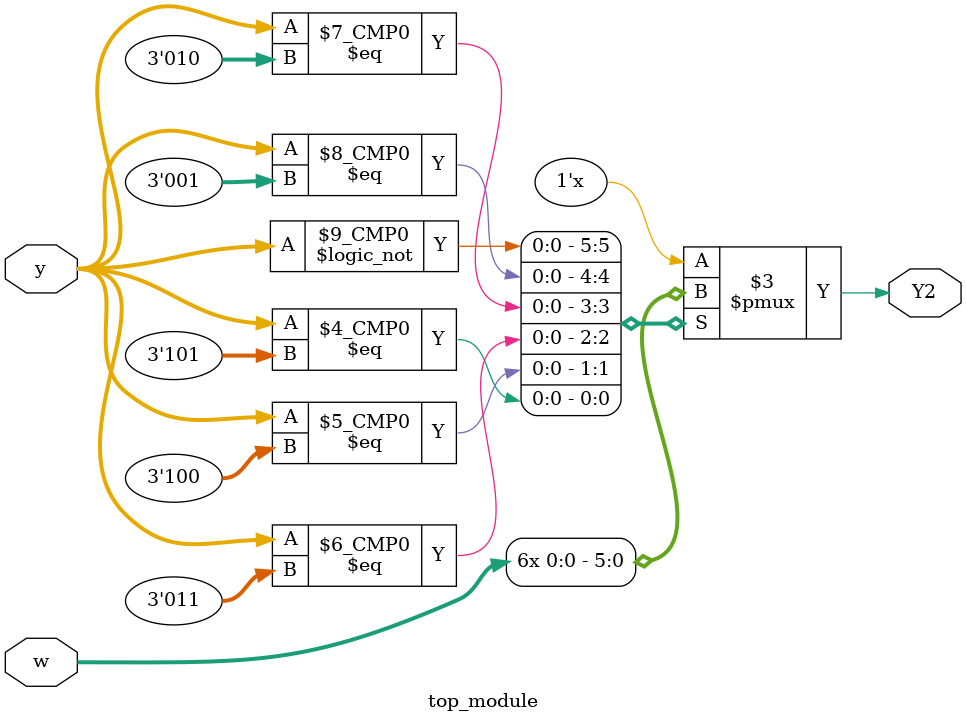
<source format=sv>
module top_module(
	input [3:1] y,
	input w,
	output reg Y2);
	
	always @(*) begin
		case(y)
			3'b000: Y2 = w;
			3'b001: Y2 = w;
			3'b010: Y2 = w;
			3'b011: Y2 = w;
			3'b100: Y2 = w;
			3'b101: Y2 = w;
		endcase
	end
	
endmodule

</source>
